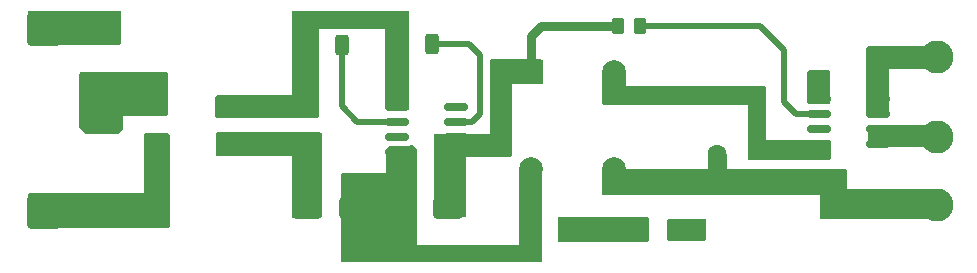
<source format=gtl>
G04 #@! TF.GenerationSoftware,KiCad,Pcbnew,8.0.3*
G04 #@! TF.CreationDate,2025-08-12T15:57:26+07:00*
G04 #@! TF.ProjectId,si-hardware-downled,73692d68-6172-4647-9761-72652d646f77,rev?*
G04 #@! TF.SameCoordinates,Original*
G04 #@! TF.FileFunction,Copper,L1,Top*
G04 #@! TF.FilePolarity,Positive*
%FSLAX46Y46*%
G04 Gerber Fmt 4.6, Leading zero omitted, Abs format (unit mm)*
G04 Created by KiCad (PCBNEW 8.0.3) date 2025-08-12 15:57:26*
%MOMM*%
%LPD*%
G01*
G04 APERTURE LIST*
G04 Aperture macros list*
%AMRoundRect*
0 Rectangle with rounded corners*
0 $1 Rounding radius*
0 $2 $3 $4 $5 $6 $7 $8 $9 X,Y pos of 4 corners*
0 Add a 4 corners polygon primitive as box body*
4,1,4,$2,$3,$4,$5,$6,$7,$8,$9,$2,$3,0*
0 Add four circle primitives for the rounded corners*
1,1,$1+$1,$2,$3*
1,1,$1+$1,$4,$5*
1,1,$1+$1,$6,$7*
1,1,$1+$1,$8,$9*
0 Add four rect primitives between the rounded corners*
20,1,$1+$1,$2,$3,$4,$5,0*
20,1,$1+$1,$4,$5,$6,$7,0*
20,1,$1+$1,$6,$7,$8,$9,0*
20,1,$1+$1,$8,$9,$2,$3,0*%
G04 Aperture macros list end*
G04 #@! TA.AperFunction,ComponentPad*
%ADD10C,1.600000*%
G04 #@! TD*
G04 #@! TA.AperFunction,ComponentPad*
%ADD11R,2.000000X2.000000*%
G04 #@! TD*
G04 #@! TA.AperFunction,ComponentPad*
%ADD12C,2.000000*%
G04 #@! TD*
G04 #@! TA.AperFunction,SMDPad,CuDef*
%ADD13RoundRect,0.250000X0.312500X0.625000X-0.312500X0.625000X-0.312500X-0.625000X0.312500X-0.625000X0*%
G04 #@! TD*
G04 #@! TA.AperFunction,SMDPad,CuDef*
%ADD14RoundRect,0.250000X1.000000X0.650000X-1.000000X0.650000X-1.000000X-0.650000X1.000000X-0.650000X0*%
G04 #@! TD*
G04 #@! TA.AperFunction,SMDPad,CuDef*
%ADD15RoundRect,0.250000X-1.000000X-0.650000X1.000000X-0.650000X1.000000X0.650000X-1.000000X0.650000X0*%
G04 #@! TD*
G04 #@! TA.AperFunction,SMDPad,CuDef*
%ADD16RoundRect,0.250000X-0.262500X-0.450000X0.262500X-0.450000X0.262500X0.450000X-0.262500X0.450000X0*%
G04 #@! TD*
G04 #@! TA.AperFunction,SMDPad,CuDef*
%ADD17RoundRect,0.250000X-1.450000X0.312500X-1.450000X-0.312500X1.450000X-0.312500X1.450000X0.312500X0*%
G04 #@! TD*
G04 #@! TA.AperFunction,SMDPad,CuDef*
%ADD18RoundRect,0.150000X-0.825000X-0.150000X0.825000X-0.150000X0.825000X0.150000X-0.825000X0.150000X0*%
G04 #@! TD*
G04 #@! TA.AperFunction,SMDPad,CuDef*
%ADD19R,1.792199X0.862800*%
G04 #@! TD*
G04 #@! TA.AperFunction,ComponentPad*
%ADD20RoundRect,0.250001X-1.149999X1.149999X-1.149999X-1.149999X1.149999X-1.149999X1.149999X1.149999X0*%
G04 #@! TD*
G04 #@! TA.AperFunction,ComponentPad*
%ADD21C,2.800000*%
G04 #@! TD*
G04 #@! TA.AperFunction,ViaPad*
%ADD22C,0.800000*%
G04 #@! TD*
G04 #@! TA.AperFunction,Conductor*
%ADD23C,0.750000*%
G04 #@! TD*
G04 #@! TA.AperFunction,Conductor*
%ADD24C,0.500000*%
G04 #@! TD*
G04 APERTURE END LIST*
D10*
X133086800Y-77966600D03*
X133086800Y-74466600D03*
X167834000Y-79105000D03*
X167834000Y-74105000D03*
D11*
X152037727Y-72146644D03*
D12*
X159068073Y-72146644D03*
X152037727Y-80333356D03*
X159068073Y-80333356D03*
D10*
X115535400Y-76462500D03*
X115535400Y-83962500D03*
D13*
X151969700Y-85464800D03*
X154894700Y-85464800D03*
D14*
X137086800Y-83610600D03*
X133086800Y-83610600D03*
D13*
X136011800Y-69822000D03*
X133086800Y-69822000D03*
D15*
X145043600Y-83610600D03*
X141043600Y-83610600D03*
D16*
X159428500Y-68223000D03*
X161253500Y-68223000D03*
D13*
X161240700Y-85464800D03*
X164165700Y-85464800D03*
D17*
X115535400Y-68490000D03*
X115535400Y-72765000D03*
D18*
X181418000Y-74378000D03*
X181418000Y-75648000D03*
X181418000Y-76918000D03*
X181418000Y-78188000D03*
X176468000Y-78188000D03*
X176468000Y-76918000D03*
X176468000Y-75648000D03*
X176468000Y-74378000D03*
X140746400Y-75050800D03*
X140746400Y-76320800D03*
X140746400Y-77590800D03*
X140746400Y-78860800D03*
X145696400Y-78860800D03*
X145696400Y-77590800D03*
X145696400Y-76320800D03*
X145696400Y-75050800D03*
D13*
X143671400Y-69742200D03*
X140746400Y-69742200D03*
D19*
X126305000Y-77830200D03*
X120386800Y-77830200D03*
X126305000Y-75330200D03*
X120386800Y-75330200D03*
D20*
X110811000Y-83947000D03*
D21*
X186436000Y-77597000D03*
X186436000Y-83383000D03*
D20*
X110811000Y-68474500D03*
D21*
X186436000Y-70866000D03*
D22*
X176852000Y-73351000D03*
X165443033Y-85062000D03*
X176852000Y-72491000D03*
X165443033Y-85922000D03*
X175922000Y-72491000D03*
X166386200Y-85062000D03*
X175922000Y-73351000D03*
X166386200Y-85922000D03*
D23*
X152037727Y-69104673D02*
X152919400Y-68223000D01*
X152919400Y-68223000D02*
X155388000Y-68223000D01*
X152037727Y-72146644D02*
X152037727Y-69104673D01*
D24*
X173472800Y-74644400D02*
X174476400Y-75648000D01*
X174476400Y-75648000D02*
X176468000Y-75648000D01*
X171420200Y-68223000D02*
X173472800Y-70275600D01*
X161253500Y-68223000D02*
X171420200Y-68223000D01*
X173472800Y-70275600D02*
X173472800Y-74644400D01*
X137303200Y-76320800D02*
X140746400Y-76320800D01*
X136011800Y-75029400D02*
X137303200Y-76320800D01*
X136011800Y-69822000D02*
X136011800Y-75029400D01*
X146802800Y-69742200D02*
X143671400Y-69742200D01*
X147742600Y-75660400D02*
X147742600Y-70682000D01*
X147742600Y-70682000D02*
X146802800Y-69742200D01*
X147082200Y-76320800D02*
X147742600Y-75660400D01*
X145696400Y-76320800D02*
X147082200Y-76320800D01*
D23*
X155388000Y-68223000D02*
X159428500Y-68223000D01*
G04 #@! TA.AperFunction,Conductor*
G36*
X161956239Y-84400485D02*
G01*
X162001994Y-84453289D01*
X162013200Y-84504800D01*
X162013200Y-86356800D01*
X161993515Y-86423839D01*
X161940711Y-86469594D01*
X161889200Y-86480800D01*
X154447200Y-86480800D01*
X154380161Y-86461115D01*
X154334406Y-86408311D01*
X154323200Y-86356800D01*
X154323200Y-84504800D01*
X154342885Y-84437761D01*
X154395689Y-84392006D01*
X154447200Y-84380800D01*
X161889200Y-84380800D01*
X161956239Y-84400485D01*
G37*
G04 #@! TD.AperFunction*
G04 #@! TA.AperFunction,Conductor*
G36*
X177315039Y-72010685D02*
G01*
X177360794Y-72063489D01*
X177372000Y-72115000D01*
X177372000Y-74723500D01*
X177352315Y-74790539D01*
X177299511Y-74836294D01*
X177248000Y-74847500D01*
X175576000Y-74847500D01*
X175508961Y-74827815D01*
X175463206Y-74775011D01*
X175452000Y-74723500D01*
X175452000Y-72115000D01*
X175471685Y-72047961D01*
X175524489Y-72002206D01*
X175576000Y-71991000D01*
X177248000Y-71991000D01*
X177315039Y-72010685D01*
G37*
G04 #@! TD.AperFunction*
G04 #@! TA.AperFunction,Conductor*
G36*
X133174947Y-77240400D02*
G01*
X133213800Y-77240400D01*
X133213800Y-79256400D01*
X125514600Y-79256400D01*
X125447561Y-79236715D01*
X125401806Y-79183911D01*
X125390600Y-79132400D01*
X125390600Y-77359200D01*
X125410285Y-77292161D01*
X125463089Y-77246406D01*
X125514600Y-77235200D01*
X133157238Y-77235200D01*
X133174947Y-77240400D01*
G37*
G04 #@! TD.AperFunction*
G04 #@! TA.AperFunction,Conductor*
G36*
X121396639Y-77337285D02*
G01*
X121442394Y-77390089D01*
X121453600Y-77441600D01*
X121453600Y-85194600D01*
X121433915Y-85261639D01*
X121381111Y-85307394D01*
X121329600Y-85318600D01*
X109563400Y-85318600D01*
X109496361Y-85298915D01*
X109450606Y-85246111D01*
X109439400Y-85194600D01*
X109439400Y-82521600D01*
X109459085Y-82454561D01*
X109511889Y-82408806D01*
X109563400Y-82397600D01*
X119294600Y-82397600D01*
X119294600Y-77441600D01*
X119314285Y-77374561D01*
X119367089Y-77328806D01*
X119418600Y-77317600D01*
X121329600Y-77317600D01*
X121396639Y-77337285D01*
G37*
G04 #@! TD.AperFunction*
G04 #@! TA.AperFunction,Conductor*
G36*
X186232039Y-76671685D02*
G01*
X186277794Y-76724489D01*
X186289000Y-76776000D01*
X186289000Y-78341000D01*
X186269315Y-78408039D01*
X186216511Y-78453794D01*
X186165000Y-78465000D01*
X186126765Y-78465000D01*
X186108151Y-78478631D01*
X186066041Y-78486000D01*
X180747000Y-78486000D01*
X180679961Y-78466315D01*
X180634206Y-78413511D01*
X180623000Y-78362000D01*
X180623000Y-77728576D01*
X180622405Y-77723043D01*
X180622405Y-76776000D01*
X180642090Y-76708961D01*
X180694894Y-76663206D01*
X180746405Y-76652000D01*
X186165000Y-76652000D01*
X186232039Y-76671685D01*
G37*
G04 #@! TD.AperFunction*
G04 #@! TA.AperFunction,Conductor*
G36*
X166835239Y-84570085D02*
G01*
X166880994Y-84622889D01*
X166892200Y-84674400D01*
X166892200Y-86273400D01*
X166872515Y-86340439D01*
X166819711Y-86386194D01*
X166768200Y-86397400D01*
X163716200Y-86397400D01*
X163649161Y-86377715D01*
X163603406Y-86324911D01*
X163592200Y-86273400D01*
X163592200Y-84674400D01*
X163611885Y-84607361D01*
X163664689Y-84561606D01*
X163716200Y-84550400D01*
X166768200Y-84550400D01*
X166835239Y-84570085D01*
G37*
G04 #@! TD.AperFunction*
G04 #@! TA.AperFunction,Conductor*
G36*
X121253439Y-72155685D02*
G01*
X121299194Y-72208489D01*
X121310400Y-72260000D01*
X121310400Y-75695000D01*
X121290715Y-75762039D01*
X121237911Y-75807794D01*
X121186400Y-75819000D01*
X118312638Y-75819000D01*
X118310613Y-75819673D01*
X118306235Y-75819750D01*
X117500400Y-75819750D01*
X117500400Y-76910638D01*
X117480715Y-76977677D01*
X117464081Y-76998319D01*
X117155719Y-77306681D01*
X117094396Y-77340166D01*
X117068038Y-77343000D01*
X114376762Y-77343000D01*
X114309723Y-77323315D01*
X114289081Y-77306681D01*
X113853719Y-76871319D01*
X113820234Y-76809996D01*
X113817400Y-76783638D01*
X113817400Y-72260000D01*
X113837085Y-72192961D01*
X113889889Y-72147206D01*
X113941400Y-72136000D01*
X121186400Y-72136000D01*
X121253439Y-72155685D01*
G37*
G04 #@! TD.AperFunction*
G04 #@! TA.AperFunction,Conductor*
G36*
X117256439Y-66948685D02*
G01*
X117302194Y-67001489D01*
X117313400Y-67053000D01*
X117313400Y-69726000D01*
X117293715Y-69793039D01*
X117240911Y-69838794D01*
X117189400Y-69850000D01*
X109563400Y-69850000D01*
X109496361Y-69830315D01*
X109450606Y-69777511D01*
X109439400Y-69726000D01*
X109439400Y-67053000D01*
X109459085Y-66985961D01*
X109511889Y-66940206D01*
X109563400Y-66929000D01*
X117189400Y-66929000D01*
X117256439Y-66948685D01*
G37*
G04 #@! TD.AperFunction*
G04 #@! TA.AperFunction,Conductor*
G36*
X186759039Y-69986685D02*
G01*
X186804794Y-70039489D01*
X186816000Y-70091000D01*
X186816000Y-71758000D01*
X186796315Y-71825039D01*
X186743511Y-71870794D01*
X186692000Y-71882000D01*
X182372000Y-71882000D01*
X182372000Y-75809000D01*
X182352315Y-75876039D01*
X182299511Y-75921794D01*
X182248000Y-75933000D01*
X180579785Y-75933000D01*
X180512746Y-75913315D01*
X180466991Y-75860511D01*
X180455785Y-75809000D01*
X180455785Y-70091000D01*
X180475470Y-70023961D01*
X180528274Y-69978206D01*
X180579785Y-69967000D01*
X186692000Y-69967000D01*
X186759039Y-69986685D01*
G37*
G04 #@! TD.AperFunction*
G04 #@! TA.AperFunction,Conductor*
G36*
X142068677Y-78308685D02*
G01*
X142089319Y-78325319D01*
X142397681Y-78633681D01*
X142431166Y-78695004D01*
X142434000Y-78721362D01*
X142434000Y-86772600D01*
X151044600Y-86772600D01*
X151044600Y-80318000D01*
X151064285Y-80250961D01*
X151117089Y-80205206D01*
X151168600Y-80194000D01*
X152851000Y-80194000D01*
X152918039Y-80213685D01*
X152963794Y-80266489D01*
X152975000Y-80318000D01*
X152975000Y-88096400D01*
X152955315Y-88163439D01*
X152902511Y-88209194D01*
X152851000Y-88220400D01*
X136081000Y-88220400D01*
X136013961Y-88200715D01*
X135968206Y-88147911D01*
X135957000Y-88096400D01*
X135957000Y-80826000D01*
X135976685Y-80758961D01*
X136029489Y-80713206D01*
X136081000Y-80702000D01*
X139767000Y-80702000D01*
X139767000Y-78721362D01*
X139786685Y-78654323D01*
X139803319Y-78633681D01*
X140009381Y-78427619D01*
X140070704Y-78394134D01*
X140097062Y-78391300D01*
X141637086Y-78391300D01*
X141637094Y-78391300D01*
X141673969Y-78388398D01*
X141673971Y-78388397D01*
X141673973Y-78388397D01*
X141715591Y-78376305D01*
X141831798Y-78342544D01*
X141893138Y-78306267D01*
X141956258Y-78289000D01*
X142001638Y-78289000D01*
X142068677Y-78308685D01*
G37*
G04 #@! TD.AperFunction*
G04 #@! TA.AperFunction,Conductor*
G36*
X167859400Y-74898400D02*
G01*
X167665400Y-74898400D01*
X161128400Y-74898400D01*
X158179000Y-74898400D01*
X158111961Y-74878715D01*
X158066206Y-74825911D01*
X158055000Y-74774400D01*
X158055000Y-73349000D01*
X160087000Y-73349000D01*
X167859400Y-73349000D01*
X167859400Y-74898400D01*
G37*
G04 #@! TD.AperFunction*
G04 #@! TA.AperFunction,Conductor*
G36*
X171893650Y-73368685D02*
G01*
X171939405Y-73421489D01*
X171950611Y-73473000D01*
X171950611Y-74845227D01*
X171948800Y-74851394D01*
X171948800Y-74898400D01*
X167665400Y-74898400D01*
X167665400Y-73349000D01*
X171826611Y-73349000D01*
X171893650Y-73368685D01*
G37*
G04 #@! TD.AperFunction*
G04 #@! TA.AperFunction,Conductor*
G36*
X177362039Y-77870685D02*
G01*
X177407794Y-77923489D01*
X177419000Y-77975000D01*
X177419000Y-79454200D01*
X177399315Y-79521239D01*
X177346511Y-79566994D01*
X177295000Y-79578200D01*
X171366178Y-79578200D01*
X171365442Y-79577984D01*
X171314600Y-79577984D01*
X171314600Y-77851000D01*
X171948800Y-77851000D01*
X177295000Y-77851000D01*
X177362039Y-77870685D01*
G37*
G04 #@! TD.AperFunction*
G04 #@! TA.AperFunction,Conductor*
G36*
X160030039Y-72001285D02*
G01*
X160075794Y-72054089D01*
X160087000Y-72105600D01*
X160087000Y-74877200D01*
X158110648Y-74877200D01*
X158066206Y-74825911D01*
X158055000Y-74774400D01*
X158055000Y-72105600D01*
X158074685Y-72038561D01*
X158127489Y-71992806D01*
X158179000Y-71981600D01*
X159963000Y-71981600D01*
X160030039Y-72001285D01*
G37*
G04 #@! TD.AperFunction*
G04 #@! TA.AperFunction,Conductor*
G36*
X186379039Y-82061685D02*
G01*
X186424794Y-82114489D01*
X186436000Y-82166000D01*
X186436000Y-84458000D01*
X186416315Y-84525039D01*
X186363511Y-84570794D01*
X186312000Y-84582000D01*
X176654000Y-84582000D01*
X176586961Y-84562315D01*
X176541206Y-84509511D01*
X176530000Y-84458000D01*
X176530000Y-82558000D01*
X176530000Y-82042000D01*
X178816000Y-82042000D01*
X186312000Y-82042000D01*
X186379039Y-82061685D01*
G37*
G04 #@! TD.AperFunction*
G04 #@! TA.AperFunction,Conductor*
G36*
X141652339Y-66947285D02*
G01*
X141698094Y-67000089D01*
X141709300Y-67051600D01*
X141709300Y-75211000D01*
X141689615Y-75278039D01*
X141636811Y-75323794D01*
X141585300Y-75335000D01*
X139855200Y-75335000D01*
X139788161Y-75315315D01*
X139742406Y-75262511D01*
X139731200Y-75211000D01*
X139731200Y-68450400D01*
X136418802Y-68450400D01*
X136406200Y-68449758D01*
X136374309Y-68446500D01*
X135649298Y-68446500D01*
X135649282Y-68446501D01*
X135617408Y-68449758D01*
X135604806Y-68450400D01*
X134067000Y-68450400D01*
X134067000Y-75858000D01*
X134047315Y-75925039D01*
X133994511Y-75970794D01*
X133943000Y-75982000D01*
X125453400Y-75982000D01*
X125386361Y-75962315D01*
X125340606Y-75909511D01*
X125329400Y-75858000D01*
X125329400Y-74239800D01*
X125349085Y-74172761D01*
X125401889Y-74127006D01*
X125453400Y-74115800D01*
X131791400Y-74115800D01*
X131791400Y-67051600D01*
X131811085Y-66984561D01*
X131863889Y-66938806D01*
X131915400Y-66927600D01*
X141585300Y-66927600D01*
X141652339Y-66947285D01*
G37*
G04 #@! TD.AperFunction*
G04 #@! TA.AperFunction,Conductor*
G36*
X171893650Y-73368685D02*
G01*
X171939405Y-73421489D01*
X171948800Y-73464675D01*
X171948800Y-79577984D01*
X170574200Y-79577984D01*
X170507161Y-79558299D01*
X170461406Y-79505495D01*
X170450200Y-79453984D01*
X170450200Y-74898400D01*
X170450200Y-73355200D01*
X171847726Y-73355200D01*
X171893650Y-73368685D01*
G37*
G04 #@! TD.AperFunction*
G04 #@! TA.AperFunction,Conductor*
G36*
X178759039Y-80379085D02*
G01*
X178804794Y-80431889D01*
X178816000Y-80483400D01*
X178816000Y-82558000D01*
X158213600Y-82558000D01*
X158146561Y-82538315D01*
X158100806Y-82485511D01*
X158089600Y-82434000D01*
X158089600Y-80415823D01*
X158094661Y-80398587D01*
X158094661Y-80359400D01*
X168621400Y-80359400D01*
X178692000Y-80359400D01*
X178759039Y-80379085D01*
G37*
G04 #@! TD.AperFunction*
G04 #@! TA.AperFunction,Conductor*
G36*
X178435000Y-84533000D02*
G01*
X176561559Y-84533000D01*
X176541206Y-84509511D01*
X176530000Y-84458000D01*
X176530000Y-82558000D01*
X176530000Y-80365600D01*
X178435000Y-80365600D01*
X178435000Y-84533000D01*
G37*
G04 #@! TD.AperFunction*
G04 #@! TA.AperFunction,Conductor*
G36*
X152892639Y-71057285D02*
G01*
X152938394Y-71110089D01*
X152949600Y-71161600D01*
X152949600Y-73021800D01*
X152929915Y-73088839D01*
X152877111Y-73134594D01*
X152825600Y-73145800D01*
X150435000Y-73145800D01*
X150435000Y-79168600D01*
X150415315Y-79235639D01*
X150362511Y-79281394D01*
X150311000Y-79292600D01*
X146554000Y-79292600D01*
X146554000Y-84299400D01*
X146534315Y-84366439D01*
X146481511Y-84412194D01*
X146430000Y-84423400D01*
X143980400Y-84423400D01*
X143913361Y-84403715D01*
X143867606Y-84350911D01*
X143856400Y-84299400D01*
X143856400Y-77460800D01*
X143876085Y-77393761D01*
X143928889Y-77348006D01*
X143980400Y-77336800D01*
X148555400Y-77336800D01*
X148555400Y-71161600D01*
X148575085Y-71094561D01*
X148627889Y-71048806D01*
X148679400Y-71037600D01*
X152825600Y-71037600D01*
X152892639Y-71057285D01*
G37*
G04 #@! TD.AperFunction*
G04 #@! TA.AperFunction,Conductor*
G36*
X134274439Y-77260085D02*
G01*
X134320194Y-77312889D01*
X134331400Y-77364400D01*
X134331400Y-84350200D01*
X134311715Y-84417239D01*
X134258911Y-84462994D01*
X134207400Y-84474200D01*
X131966200Y-84474200D01*
X131899161Y-84454515D01*
X131853406Y-84401711D01*
X131842200Y-84350200D01*
X131842200Y-79256400D01*
X131842200Y-77240400D01*
X133174947Y-77240400D01*
X134207400Y-77240400D01*
X134274439Y-77260085D01*
G37*
G04 #@! TD.AperFunction*
G04 #@! TA.AperFunction,Conductor*
G36*
X168564439Y-79037685D02*
G01*
X168610194Y-79090489D01*
X168621400Y-79142000D01*
X168621400Y-82550806D01*
X167046600Y-82550806D01*
X167046600Y-79142000D01*
X167066285Y-79074961D01*
X167119089Y-79029206D01*
X167170600Y-79018000D01*
X168497400Y-79018000D01*
X168564439Y-79037685D01*
G37*
G04 #@! TD.AperFunction*
G04 #@! TA.AperFunction,Conductor*
G36*
X160008512Y-80155285D02*
G01*
X160054267Y-80208089D01*
X160065473Y-80259600D01*
X160065473Y-82555000D01*
X158203383Y-82555000D01*
X158146561Y-82538315D01*
X158100806Y-82485511D01*
X158094661Y-82457264D01*
X158094661Y-80259600D01*
X158114346Y-80192561D01*
X158167150Y-80146806D01*
X158218661Y-80135600D01*
X159941473Y-80135600D01*
X160008512Y-80155285D01*
G37*
G04 #@! TD.AperFunction*
M02*

</source>
